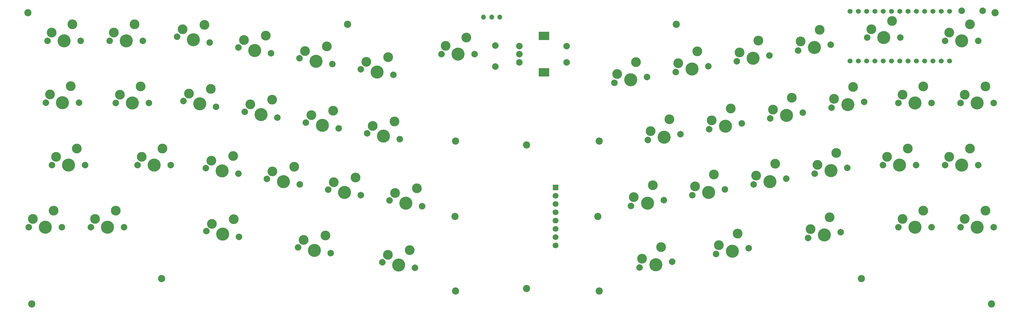
<source format=gbr>
G04 #@! TF.GenerationSoftware,KiCad,Pcbnew,(6.0.2-0)*
G04 #@! TF.CreationDate,2022-02-23T09:44:20+09:00*
G04 #@! TF.ProjectId,aliceball,616c6963-6562-4616-9c6c-2e6b69636164,rev?*
G04 #@! TF.SameCoordinates,Original*
G04 #@! TF.FileFunction,Soldermask,Top*
G04 #@! TF.FilePolarity,Negative*
%FSLAX46Y46*%
G04 Gerber Fmt 4.6, Leading zero omitted, Abs format (unit mm)*
G04 Created by KiCad (PCBNEW (6.0.2-0)) date 2022-02-23 09:44:20*
%MOMM*%
%LPD*%
G01*
G04 APERTURE LIST*
%ADD10R,1.800000X1.800000*%
%ADD11C,1.800000*%
%ADD12C,2.200000*%
%ADD13C,4.000000*%
%ADD14C,2.000000*%
%ADD15C,3.000000*%
%ADD16R,3.200000X2.500000*%
%ADD17O,1.500000X1.500000*%
%ADD18C,1.524000*%
G04 APERTURE END LIST*
D10*
X184912000Y-74998000D03*
D11*
X184912000Y-77538000D03*
X184912000Y-80078000D03*
X184912000Y-82618000D03*
X184912000Y-85158000D03*
X184912000Y-87698000D03*
X184912000Y-90238000D03*
X184912000Y-92778000D03*
D12*
X319659000Y-21336000D03*
X23241000Y-21336000D03*
X24384000Y-110680500D03*
X64198500Y-102870000D03*
X318516000Y-110680500D03*
X278701500Y-102870000D03*
X221932500Y-24955500D03*
X121158000Y-24955500D03*
X154114500Y-83888000D03*
X176022000Y-105918000D03*
X197929500Y-83888000D03*
X176022000Y-61912500D03*
X198310500Y-106680000D03*
X154305000Y-106680000D03*
X198310500Y-60769500D03*
X154305000Y-60769500D03*
D13*
X309372000Y-29971817D03*
D14*
X314452000Y-29971817D03*
X304292000Y-29971817D03*
D15*
X305562000Y-27431817D03*
X311912000Y-24891817D03*
D13*
X285559500Y-29019317D03*
D15*
X288099500Y-23939317D03*
D14*
X290639500Y-29019317D03*
D15*
X281749500Y-26479317D03*
D14*
X280479500Y-29019317D03*
D13*
X267306003Y-89566137D03*
D14*
X272308826Y-88684004D03*
X262303180Y-90448270D03*
D15*
X263112819Y-87726325D03*
X268925282Y-84122247D03*
D13*
X239131420Y-94515552D03*
D14*
X244134243Y-93633419D03*
X234128597Y-95397685D03*
D15*
X234938236Y-92675740D03*
X240750699Y-89071662D03*
X107741162Y-91076202D03*
X114435757Y-89677456D03*
D13*
X111052213Y-94239213D03*
D14*
X106049390Y-93357080D03*
X116055036Y-95121346D03*
D13*
X82929056Y-89265846D03*
D14*
X77926233Y-88383713D03*
D15*
X86312600Y-84704089D03*
X79618005Y-86102835D03*
D14*
X87931879Y-90147979D03*
D15*
X31891196Y-65533560D03*
X38241196Y-62993560D03*
D13*
X35701196Y-68073560D03*
D14*
X30621196Y-68073560D03*
X40781196Y-68073560D03*
D13*
X33811560Y-49008483D03*
D14*
X28731560Y-49008483D03*
D15*
X36351560Y-43928483D03*
X30001560Y-46468483D03*
D14*
X38891560Y-49008483D03*
X309054500Y-87121817D03*
X319214500Y-87121817D03*
D13*
X314134500Y-87121817D03*
D15*
X310324500Y-84581817D03*
X316674500Y-82041817D03*
D14*
X304292000Y-68071817D03*
X314452000Y-68071817D03*
D13*
X309372000Y-68071817D03*
D15*
X305562000Y-65531817D03*
X311912000Y-62991817D03*
D14*
X309054500Y-49021817D03*
X319214500Y-49021817D03*
D13*
X314134500Y-49021817D03*
D15*
X310324500Y-46481817D03*
X316674500Y-43941817D03*
D14*
X290004500Y-87121817D03*
X300164500Y-87121817D03*
D13*
X295084500Y-87121817D03*
D15*
X291274500Y-84581817D03*
X297624500Y-82041817D03*
D14*
X285242000Y-68071817D03*
X295402000Y-68071817D03*
D13*
X290322000Y-68071817D03*
D15*
X286512000Y-65531817D03*
X292862000Y-62991817D03*
D14*
X290004500Y-49021817D03*
X300164500Y-49021817D03*
D13*
X295084500Y-49021817D03*
D15*
X291274500Y-46481817D03*
X297624500Y-43941817D03*
D14*
X264373410Y-70724637D03*
X274379056Y-68960371D03*
D13*
X269376233Y-69842504D03*
D15*
X265183049Y-68002692D03*
X270995512Y-64398614D03*
D14*
X269507677Y-50475450D03*
X279513323Y-48711184D03*
D13*
X274510500Y-49593317D03*
D15*
X270317316Y-47753505D03*
X276129779Y-44149427D03*
D14*
X259258261Y-32938822D03*
X269263907Y-31174556D03*
D13*
X264261084Y-32056689D03*
D15*
X260067900Y-30216877D03*
X265880363Y-26612799D03*
D14*
X245612822Y-74032635D03*
X255618468Y-72268369D03*
D13*
X250615645Y-73150502D03*
D15*
X246422461Y-71310690D03*
X252234924Y-67706612D03*
D14*
X250747089Y-53783448D03*
X260752735Y-52019182D03*
D13*
X255749912Y-52901315D03*
D15*
X251556728Y-51061503D03*
X257369191Y-47457425D03*
D14*
X240497674Y-36246820D03*
X250503320Y-34482554D03*
D13*
X245500497Y-35364687D03*
D15*
X241307313Y-33524875D03*
X247119776Y-29920797D03*
D14*
X226852235Y-77340633D03*
X236857881Y-75576367D03*
D13*
X231855058Y-76458500D03*
D15*
X227661874Y-74618688D03*
X233474337Y-71014610D03*
D14*
X231986501Y-57091446D03*
X241992147Y-55327180D03*
D13*
X236989324Y-56209313D03*
D15*
X232796140Y-54369501D03*
X238608603Y-50765423D03*
D14*
X221737086Y-39554817D03*
X231742732Y-37790551D03*
D13*
X226739909Y-38672684D03*
D15*
X222546725Y-36832872D03*
X228359188Y-33228794D03*
D14*
X210649221Y-99541538D03*
X220654867Y-97777272D03*
D13*
X215652044Y-98659405D03*
D15*
X211458860Y-96819593D03*
X217271323Y-93215515D03*
D14*
X208091647Y-80648630D03*
X218097293Y-78884364D03*
D13*
X213094470Y-79766497D03*
D15*
X208901286Y-77926685D03*
X214713749Y-74322607D03*
D14*
X213225914Y-60399444D03*
X223231560Y-58635178D03*
D13*
X218228737Y-59517311D03*
D15*
X214035553Y-57677499D03*
X219848016Y-54073421D03*
D14*
X202976498Y-42862815D03*
X212982144Y-41098549D03*
D13*
X207979321Y-41980682D03*
D15*
X203786137Y-40140870D03*
X209598600Y-36536792D03*
D14*
X149987000Y-34099500D03*
X160147000Y-34099500D03*
D13*
X155067000Y-34099500D03*
D15*
X151257000Y-31559500D03*
X157607000Y-29019500D03*
D14*
X131837209Y-97881154D03*
X141842855Y-99645420D03*
D13*
X136840032Y-98763287D03*
D15*
X133528981Y-95600276D03*
X140223576Y-94201530D03*
D14*
X134019572Y-78922086D03*
X144025218Y-80686352D03*
D13*
X139022395Y-79804219D03*
D15*
X135711344Y-76641208D03*
X142405939Y-75242462D03*
D14*
X127196852Y-58375180D03*
X137202498Y-60139446D03*
D13*
X132199675Y-59257313D03*
D15*
X128888624Y-56094302D03*
X135583219Y-54695556D03*
D14*
X125251886Y-38688354D03*
X135257532Y-40452620D03*
D13*
X130254709Y-39570487D03*
D15*
X126943658Y-36407476D03*
X133638253Y-35008730D03*
D14*
X115258984Y-75614090D03*
X125264630Y-77378356D03*
D13*
X120261807Y-76496223D03*
D15*
X116950756Y-73333212D03*
X123645351Y-71934466D03*
D14*
X108436264Y-55067182D03*
X118441910Y-56831448D03*
D13*
X113439087Y-55949315D03*
D15*
X110128036Y-52786304D03*
X116822631Y-51387558D03*
D14*
X106491298Y-35380355D03*
X116496944Y-37144621D03*
D13*
X111494121Y-36262488D03*
D15*
X108183070Y-33099477D03*
X114877665Y-31700731D03*
D14*
X96498396Y-72306092D03*
X106504042Y-74070358D03*
D13*
X101501219Y-73188225D03*
D15*
X98190168Y-70025214D03*
X104884763Y-68626468D03*
D14*
X89675677Y-51759184D03*
X99681323Y-53523450D03*
D13*
X94678500Y-52641317D03*
D15*
X91367449Y-49478306D03*
X98062044Y-48079560D03*
D14*
X87730710Y-32072357D03*
X97736356Y-33836623D03*
D13*
X92733533Y-32954490D03*
D15*
X89422482Y-29791479D03*
X96117077Y-28392733D03*
D14*
X77737809Y-68998093D03*
X87743455Y-70762359D03*
D13*
X82740632Y-69880226D03*
D15*
X79429581Y-66717215D03*
X86124176Y-65318469D03*
D14*
X70915089Y-48451187D03*
X80920735Y-50215453D03*
D13*
X75917912Y-49333320D03*
D15*
X72606861Y-46170309D03*
X79301456Y-44771563D03*
D14*
X68970123Y-28764359D03*
X78975769Y-30528625D03*
D13*
X73972946Y-29646492D03*
D15*
X70661895Y-26483481D03*
X77356490Y-25084735D03*
D14*
X42545000Y-87121817D03*
X52705000Y-87121817D03*
D13*
X47625000Y-87121817D03*
D15*
X43815000Y-84581817D03*
X50165000Y-82041817D03*
D14*
X56832500Y-68071817D03*
X66992500Y-68071817D03*
D13*
X61912500Y-68071817D03*
D15*
X58102500Y-65531817D03*
X64452500Y-62991817D03*
D14*
X50165000Y-49021817D03*
X60325000Y-49021817D03*
D13*
X55245000Y-49021817D03*
D15*
X51435000Y-46481817D03*
X57785000Y-43941817D03*
D14*
X48260000Y-29971817D03*
X58420000Y-29971817D03*
D13*
X53340000Y-29971817D03*
D15*
X49530000Y-27431817D03*
X55880000Y-24891817D03*
D14*
X23495000Y-87121817D03*
X33655000Y-87121817D03*
D13*
X28575000Y-87121817D03*
D15*
X24765000Y-84581817D03*
X31115000Y-82041817D03*
D14*
X29210000Y-29971817D03*
X39370000Y-29971817D03*
D13*
X34290000Y-29971817D03*
D15*
X30480000Y-27431817D03*
X36830000Y-24891817D03*
D14*
X173856000Y-31599500D03*
X173856000Y-34099500D03*
X173856000Y-36599500D03*
D16*
X181356000Y-28499500D03*
X181356000Y-39699500D03*
D14*
X188356000Y-31599500D03*
X188356000Y-36599500D03*
D17*
X167854000Y-22719500D03*
X165354000Y-22719500D03*
X162854000Y-22719500D03*
D14*
X309360500Y-20764500D03*
X315860500Y-20764500D03*
X166497000Y-31421000D03*
X166497000Y-37921000D03*
D18*
X275209000Y-20955000D03*
X275209000Y-36175000D03*
X277749000Y-36175000D03*
X280289000Y-36175000D03*
X282829000Y-36175000D03*
X285369000Y-36175000D03*
X287909000Y-36175000D03*
X290449000Y-36175000D03*
X292989000Y-36175000D03*
X295529000Y-36175000D03*
X298069000Y-36175000D03*
X300609000Y-36175000D03*
X303149000Y-36175000D03*
X305689000Y-36175000D03*
X305689000Y-20955000D03*
X303149000Y-20955000D03*
X300609000Y-20955000D03*
X298069000Y-20955000D03*
X295529000Y-20955000D03*
X292989000Y-20955000D03*
X290449000Y-20955000D03*
X287909000Y-20955000D03*
X285369000Y-20955000D03*
X282829000Y-20955000D03*
X280289000Y-20955000D03*
X277749000Y-20955000D03*
M02*

</source>
